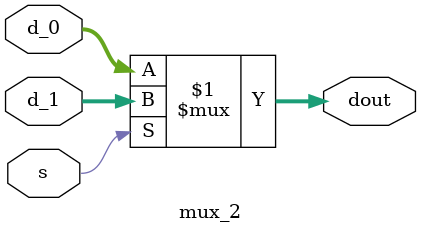
<source format=sv>
module mux_2 #(
    parameter WIDTH = 32
) (
    input logic [WIDTH-1:0] d_0,
    input logic [WIDTH-1:0] d_1,
    input logic s,
    output logic [WIDTH-1:0] dout
);

assign dout = s ? d_1 : d_0;
    
endmodule

</source>
